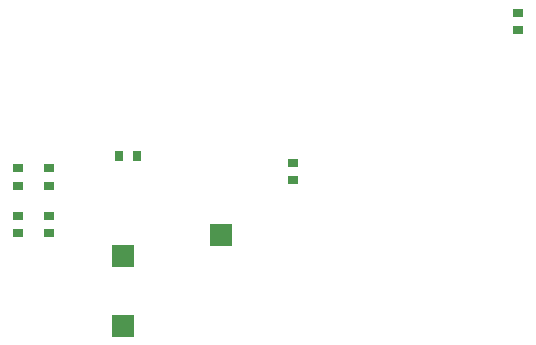
<source format=gbr>
G04 Layer_Color=8421504*
%FSLAX45Y45*%
%MOMM*%
%TF.FileFunction,Paste,Top*%
%TF.Part,Single*%
G01*
G75*
%TA.AperFunction,ConnectorPad*%
%ADD10R,1.95000X1.90000*%
%TA.AperFunction,SMDPad,CuDef*%
%ADD11R,0.90000X0.70000*%
%ADD12R,0.70000X0.90000*%
D10*
X3137499Y1869999D02*
D03*
Y2455001D02*
D03*
X3962502Y2640000D02*
D03*
D11*
X2503998Y2799999D02*
D03*
Y2650002D02*
D03*
X2246000Y3199999D02*
D03*
Y3050002D02*
D03*
Y2799999D02*
D03*
Y2650002D02*
D03*
X2503998Y3199999D02*
D03*
Y3050002D02*
D03*
X4572000Y3099999D02*
D03*
Y3250001D02*
D03*
X6477000Y4520001D02*
D03*
Y4369999D02*
D03*
D12*
X3100004Y3302000D02*
D03*
X3250001D02*
D03*
%TF.MD5,61b345b2326b8c3e42ddbf242639ded5*%
M02*

</source>
